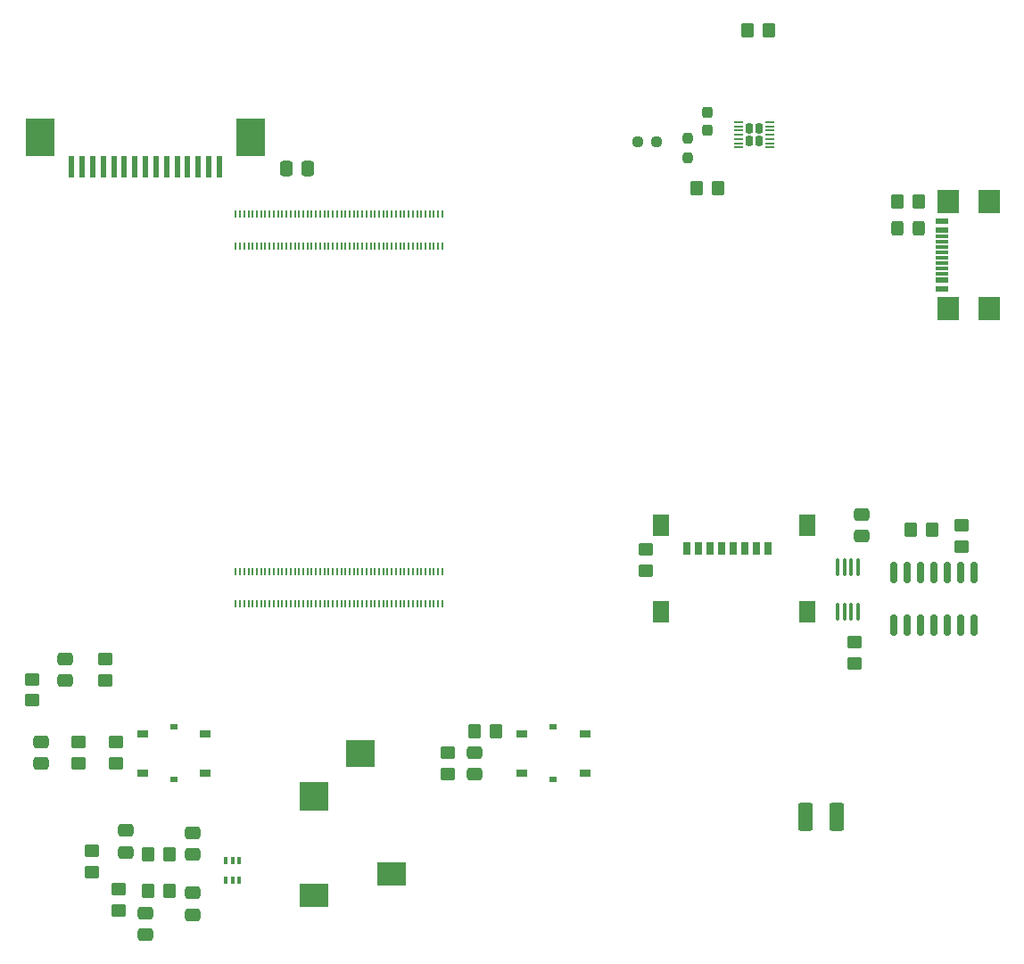
<source format=gbr>
%TF.GenerationSoftware,KiCad,Pcbnew,(6.0.0)*%
%TF.CreationDate,2022-05-02T00:50:15+01:00*%
%TF.ProjectId,CM4Carrier,434d3443-6172-4726-9965-722e6b696361,indev*%
%TF.SameCoordinates,Original*%
%TF.FileFunction,Paste,Bot*%
%TF.FilePolarity,Positive*%
%FSLAX46Y46*%
G04 Gerber Fmt 4.6, Leading zero omitted, Abs format (unit mm)*
G04 Created by KiCad (PCBNEW (6.0.0)) date 2022-05-02 00:50:15*
%MOMM*%
%LPD*%
G01*
G04 APERTURE LIST*
G04 Aperture macros list*
%AMRoundRect*
0 Rectangle with rounded corners*
0 $1 Rounding radius*
0 $2 $3 $4 $5 $6 $7 $8 $9 X,Y pos of 4 corners*
0 Add a 4 corners polygon primitive as box body*
4,1,4,$2,$3,$4,$5,$6,$7,$8,$9,$2,$3,0*
0 Add four circle primitives for the rounded corners*
1,1,$1+$1,$2,$3*
1,1,$1+$1,$4,$5*
1,1,$1+$1,$6,$7*
1,1,$1+$1,$8,$9*
0 Add four rect primitives between the rounded corners*
20,1,$1+$1,$2,$3,$4,$5,0*
20,1,$1+$1,$4,$5,$6,$7,0*
20,1,$1+$1,$6,$7,$8,$9,0*
20,1,$1+$1,$8,$9,$2,$3,0*%
G04 Aperture macros list end*
%ADD10R,1.000000X0.700000*%
%ADD11R,0.700000X0.600000*%
%ADD12R,2.800000X2.200000*%
%ADD13R,2.800000X2.800000*%
%ADD14R,2.800000X2.600000*%
%ADD15RoundRect,0.250000X0.475000X-0.337500X0.475000X0.337500X-0.475000X0.337500X-0.475000X-0.337500X0*%
%ADD16RoundRect,0.250000X-0.450000X0.350000X-0.450000X-0.350000X0.450000X-0.350000X0.450000X0.350000X0*%
%ADD17R,0.400000X0.650000*%
%ADD18RoundRect,0.250000X-0.475000X0.337500X-0.475000X-0.337500X0.475000X-0.337500X0.475000X0.337500X0*%
%ADD19RoundRect,0.100000X0.100000X-0.712500X0.100000X0.712500X-0.100000X0.712500X-0.100000X-0.712500X0*%
%ADD20RoundRect,0.237500X0.250000X0.237500X-0.250000X0.237500X-0.250000X-0.237500X0.250000X-0.237500X0*%
%ADD21RoundRect,0.250000X-0.337500X-0.475000X0.337500X-0.475000X0.337500X0.475000X-0.337500X0.475000X0*%
%ADD22RoundRect,0.250000X0.350000X0.450000X-0.350000X0.450000X-0.350000X-0.450000X0.350000X-0.450000X0*%
%ADD23RoundRect,0.250001X-0.462499X-1.074999X0.462499X-1.074999X0.462499X1.074999X-0.462499X1.074999X0*%
%ADD24RoundRect,0.150000X-0.150000X0.825000X-0.150000X-0.825000X0.150000X-0.825000X0.150000X0.825000X0*%
%ADD25RoundRect,0.250000X0.450000X-0.350000X0.450000X0.350000X-0.450000X0.350000X-0.450000X-0.350000X0*%
%ADD26R,0.200000X0.700000*%
%ADD27R,0.610000X2.000000*%
%ADD28R,2.680000X3.600000*%
%ADD29RoundRect,0.250000X0.325000X0.450000X-0.325000X0.450000X-0.325000X-0.450000X0.325000X-0.450000X0*%
%ADD30RoundRect,0.250000X-0.350000X-0.450000X0.350000X-0.450000X0.350000X0.450000X-0.350000X0.450000X0*%
%ADD31RoundRect,0.180000X0.180000X0.295000X-0.180000X0.295000X-0.180000X-0.295000X0.180000X-0.295000X0*%
%ADD32RoundRect,0.050000X0.337500X0.050000X-0.337500X0.050000X-0.337500X-0.050000X0.337500X-0.050000X0*%
%ADD33R,1.150000X0.600000*%
%ADD34R,1.150000X0.300000*%
%ADD35R,2.000000X2.180000*%
%ADD36R,0.800000X1.200000*%
%ADD37R,1.500000X2.000000*%
%ADD38RoundRect,0.237500X0.237500X-0.250000X0.237500X0.250000X-0.237500X0.250000X-0.237500X-0.250000X0*%
%ADD39RoundRect,0.237500X0.237500X-0.300000X0.237500X0.300000X-0.237500X0.300000X-0.237500X-0.300000X0*%
G04 APERTURE END LIST*
D10*
%TO.C,SW14*%
X126349995Y-119119913D03*
X120349995Y-119119913D03*
X126349995Y-122819913D03*
X120349995Y-122819913D03*
D11*
X123349995Y-118469913D03*
X123349995Y-123469913D03*
%TD*%
D12*
%TO.C,J6*%
X144035000Y-132410000D03*
X136635000Y-134410000D03*
D13*
X136635000Y-125010000D03*
D14*
X141085000Y-121010000D03*
%TD*%
D15*
%TO.C,C14*%
X113030000Y-114067500D03*
X113030000Y-111992500D03*
%TD*%
D16*
%TO.C,R15*%
X116840000Y-112030000D03*
X116840000Y-114030000D03*
%TD*%
%TO.C,R2*%
X168148000Y-101616000D03*
X168148000Y-103616000D03*
%TD*%
D17*
%TO.C,D4*%
X129555011Y-133044997D03*
X128905000Y-133045000D03*
X128255000Y-133045000D03*
X128255000Y-131145000D03*
X128905000Y-131145000D03*
X129555000Y-131145000D03*
%TD*%
D18*
%TO.C,C34*%
X151892000Y-120882500D03*
X151892000Y-122957500D03*
%TD*%
D19*
%TO.C,U1*%
X188300000Y-107522500D03*
X187650000Y-107522500D03*
X187000007Y-107522493D03*
X186350000Y-107522500D03*
X186350000Y-103297500D03*
X187000000Y-103297500D03*
X187650000Y-103297500D03*
X188300000Y-103297500D03*
%TD*%
D20*
%TO.C,R10*%
X169187500Y-62865000D03*
X167362500Y-62865000D03*
%TD*%
D21*
%TO.C,C26*%
X133985000Y-65405000D03*
X136060000Y-65405000D03*
%TD*%
D18*
%TO.C,C29*%
X125095000Y-134217500D03*
X125095000Y-136292500D03*
%TD*%
D15*
%TO.C,C1*%
X188595000Y-100330000D03*
X188595000Y-98255000D03*
%TD*%
D22*
%TO.C,R46*%
X153908000Y-118872000D03*
X151908000Y-118872000D03*
%TD*%
%TO.C,R38*%
X194040000Y-68580000D03*
X192040000Y-68580000D03*
%TD*%
D18*
%TO.C,C33*%
X110744000Y-119866500D03*
X110744000Y-121941500D03*
%TD*%
D16*
%TO.C,R3*%
X187960000Y-110395000D03*
X187960000Y-112395000D03*
%TD*%
D15*
%TO.C,C30*%
X125095000Y-130577500D03*
X125095000Y-128502500D03*
%TD*%
D23*
%TO.C,F1*%
X183297500Y-127000000D03*
X186272500Y-127000000D03*
%TD*%
D16*
%TO.C,R39*%
X118110000Y-133890000D03*
X118110000Y-135890000D03*
%TD*%
D24*
%TO.C,U5*%
X191643000Y-103824000D03*
X192913000Y-103824000D03*
X194183000Y-103824000D03*
X195453000Y-103824000D03*
X196723000Y-103824000D03*
X197993000Y-103824000D03*
X199263000Y-103824000D03*
X199263000Y-108774000D03*
X197993000Y-108774000D03*
X196723000Y-108774000D03*
X195453000Y-108774000D03*
X194183000Y-108774000D03*
X192913000Y-108774000D03*
X191643000Y-108774000D03*
%TD*%
D25*
%TO.C,R50*%
X149352000Y-122920000D03*
X149352000Y-120920000D03*
%TD*%
D16*
%TO.C,R45*%
X117856000Y-119904000D03*
X117856000Y-121904000D03*
%TD*%
D26*
%TO.C,Module1*%
X129225000Y-69765000D03*
X129225000Y-72845000D03*
X129625000Y-69765000D03*
X129625000Y-72845000D03*
X130025000Y-69765000D03*
X130025000Y-72845000D03*
X130425000Y-69765000D03*
X130425000Y-72845000D03*
X130825000Y-69765000D03*
X130825000Y-72845000D03*
X131225000Y-69765000D03*
X131225000Y-72845000D03*
X131625000Y-69765000D03*
X131625000Y-72845000D03*
X132025000Y-69765000D03*
X132025000Y-72845000D03*
X132425000Y-69765000D03*
X132425000Y-72845000D03*
X132825000Y-69765000D03*
X132825000Y-72845000D03*
X133225000Y-69765000D03*
X133225000Y-72845000D03*
X133625000Y-69765000D03*
X133625000Y-72845000D03*
X134025000Y-69765000D03*
X134025000Y-72845000D03*
X134425000Y-69765000D03*
X134425000Y-72845000D03*
X134825000Y-69765000D03*
X134825000Y-72845000D03*
X135225000Y-69765000D03*
X135225000Y-72845000D03*
X135625000Y-69765000D03*
X135625000Y-72845000D03*
X136025000Y-69765000D03*
X136025000Y-72845000D03*
X136425000Y-69765000D03*
X136425000Y-72845000D03*
X136825000Y-69765000D03*
X136825000Y-72845000D03*
X137225000Y-69765000D03*
X137225000Y-72845000D03*
X137625000Y-69765000D03*
X137625000Y-72845000D03*
X138025000Y-69765000D03*
X138025000Y-72845000D03*
X138425000Y-69765000D03*
X138425000Y-72845000D03*
X138825000Y-69765000D03*
X138825000Y-72845000D03*
X139225000Y-69765000D03*
X139225000Y-72845000D03*
X139625000Y-69765000D03*
X139625000Y-72845000D03*
X140025000Y-69765000D03*
X140025000Y-72845000D03*
X140425000Y-69765000D03*
X140425000Y-72845000D03*
X140825000Y-69765000D03*
X140825000Y-72845000D03*
X141225000Y-69765000D03*
X141225000Y-72845000D03*
X141625000Y-69765000D03*
X141625000Y-72845000D03*
X142025000Y-69765000D03*
X142025000Y-72845000D03*
X142425000Y-69765000D03*
X142425000Y-72845000D03*
X142825000Y-69765000D03*
X142825000Y-72845000D03*
X143225000Y-69765000D03*
X143225000Y-72845000D03*
X143625000Y-69765000D03*
X143625000Y-72845000D03*
X144025000Y-69765000D03*
X144025000Y-72845000D03*
X144425000Y-69765000D03*
X144425000Y-72845000D03*
X144825000Y-69765000D03*
X144825000Y-72845000D03*
X145225000Y-69765000D03*
X145225000Y-72845000D03*
X145625000Y-69765000D03*
X145625000Y-72845000D03*
X146025000Y-69765000D03*
X146025000Y-72845000D03*
X146425000Y-69765000D03*
X146425000Y-72845000D03*
X146825000Y-69765000D03*
X146825000Y-72845000D03*
X147225000Y-69765000D03*
X147225000Y-72845000D03*
X147625000Y-69765000D03*
X147625000Y-72845000D03*
X148025000Y-69765000D03*
X148025000Y-72845000D03*
X148425000Y-69765000D03*
X148425000Y-72845000D03*
X148825000Y-69765000D03*
X148825000Y-72845000D03*
X129225000Y-103685000D03*
X129225000Y-106765000D03*
X129625000Y-103685000D03*
X129625000Y-106765000D03*
X130025000Y-103685000D03*
X130025000Y-106765000D03*
X130425000Y-103685000D03*
X130425000Y-106765000D03*
X130825000Y-103685000D03*
X130825000Y-106765000D03*
X131225000Y-103685000D03*
X131225000Y-106765000D03*
X131625000Y-103685000D03*
X131625000Y-106765000D03*
X132025000Y-103685000D03*
X132025000Y-106765000D03*
X132425000Y-103685000D03*
X132425000Y-106765000D03*
X132825000Y-103685000D03*
X132825000Y-106765000D03*
X133225000Y-103685000D03*
X133225000Y-106765000D03*
X133625000Y-103685000D03*
X133625000Y-106765000D03*
X134025000Y-103685000D03*
X134025000Y-106765000D03*
X134425000Y-103685000D03*
X134425000Y-106765000D03*
X134825000Y-103685000D03*
X134825000Y-106765000D03*
X135225000Y-103685000D03*
X135225000Y-106765000D03*
X135625000Y-103685000D03*
X135625000Y-106765000D03*
X136025000Y-103685000D03*
X136025000Y-106765000D03*
X136425000Y-103685000D03*
X136425000Y-106765000D03*
X136825000Y-103685000D03*
X136825000Y-106765000D03*
X137225000Y-103685000D03*
X137225000Y-106765000D03*
X137625000Y-103685000D03*
X137625000Y-106765000D03*
X138025000Y-103685000D03*
X138025000Y-106765000D03*
X138425000Y-103685000D03*
X138425000Y-106765000D03*
X138825000Y-103685000D03*
X138825000Y-106765000D03*
X139225000Y-103685000D03*
X139225000Y-106765000D03*
X139625000Y-103685000D03*
X139625000Y-106765000D03*
X140025000Y-103685000D03*
X140025000Y-106765000D03*
X140425000Y-103685000D03*
X140425000Y-106765000D03*
X140825000Y-103685000D03*
X140825000Y-106765000D03*
X141225000Y-103685000D03*
X141225000Y-106765000D03*
X141625000Y-103685000D03*
X141625000Y-106765000D03*
X142025000Y-103685000D03*
X142025000Y-106765000D03*
X142425000Y-103685000D03*
X142425000Y-106765000D03*
X142825000Y-103685000D03*
X142825000Y-106765000D03*
X143225000Y-103685000D03*
X143225000Y-106765000D03*
X143625000Y-103685000D03*
X143625000Y-106765000D03*
X144025000Y-103685000D03*
X144025000Y-106765000D03*
X144425000Y-103685000D03*
X144425000Y-106765000D03*
X144825000Y-103685000D03*
X144825000Y-106765000D03*
X145225000Y-103685000D03*
X145225000Y-106765000D03*
X145625000Y-103685000D03*
X145625000Y-106765000D03*
X146025000Y-103685000D03*
X146025000Y-106765000D03*
X146425000Y-103685000D03*
X146425000Y-106765000D03*
X146825000Y-103685000D03*
X146825000Y-106765000D03*
X147225000Y-103685000D03*
X147225000Y-106765000D03*
X147625000Y-103685000D03*
X147625000Y-106765000D03*
X148025000Y-103685000D03*
X148025000Y-106765000D03*
X148425000Y-103685000D03*
X148425000Y-106765000D03*
X148825000Y-103685000D03*
X148825000Y-106765000D03*
%TD*%
D27*
%TO.C,J5*%
X113650000Y-65245000D03*
X114650000Y-65245000D03*
X115650000Y-65245000D03*
X116650000Y-65245000D03*
X117650000Y-65245000D03*
X118650000Y-65245000D03*
X119650000Y-65245000D03*
X120650000Y-65245000D03*
X121650000Y-65245000D03*
X122650000Y-65245000D03*
X123650000Y-65245000D03*
X124650000Y-65245000D03*
X125650000Y-65245000D03*
X126650000Y-65245000D03*
X127650000Y-65245000D03*
D28*
X110660000Y-62445000D03*
X130640000Y-62445000D03*
%TD*%
D16*
%TO.C,R40*%
X115570000Y-130212500D03*
X115570000Y-132212500D03*
%TD*%
D22*
%TO.C,R42*%
X122920000Y-130577499D03*
X120920000Y-130577499D03*
%TD*%
D25*
%TO.C,R49*%
X114300000Y-121904000D03*
X114300000Y-119904000D03*
%TD*%
D29*
%TO.C,F2*%
X194065000Y-71120000D03*
X192015000Y-71120000D03*
%TD*%
D30*
%TO.C,TH1*%
X177832000Y-52324000D03*
X179832000Y-52324000D03*
%TD*%
D18*
%TO.C,C27*%
X120649999Y-136122500D03*
X120649999Y-138197500D03*
%TD*%
D10*
%TO.C,SW15*%
X162349999Y-119119913D03*
X156349999Y-119119913D03*
X162349999Y-122819913D03*
X156349999Y-122819913D03*
D11*
X159349999Y-118469913D03*
X159349999Y-123469913D03*
%TD*%
D25*
%TO.C,R13*%
X109855000Y-115935000D03*
X109855000Y-113935000D03*
%TD*%
D31*
%TO.C,U3*%
X177990000Y-61640000D03*
X178880000Y-61640000D03*
X178880000Y-62820000D03*
X177990000Y-62820000D03*
D32*
X179922500Y-61030000D03*
X179922500Y-61430000D03*
X179922500Y-61830000D03*
X179922500Y-62230000D03*
X179922500Y-62630000D03*
X179922500Y-63030000D03*
X179922500Y-63430000D03*
X176947500Y-63430000D03*
X176947500Y-63030000D03*
X176947500Y-62630000D03*
X176947500Y-62230000D03*
X176947500Y-61830000D03*
X176947500Y-61430000D03*
X176947500Y-61030000D03*
%TD*%
D33*
%TO.C,J4*%
X196252500Y-70460000D03*
X196252500Y-71260000D03*
D34*
X196252500Y-72410000D03*
X196252500Y-73410000D03*
X196252500Y-73910000D03*
X196252500Y-74910000D03*
D33*
X196252500Y-76860000D03*
X196252500Y-76060000D03*
D34*
X196252500Y-75410000D03*
X196252500Y-74410000D03*
X196252500Y-72910000D03*
X196252500Y-71910000D03*
D35*
X196827500Y-68550000D03*
X196827500Y-78770000D03*
X200757500Y-68550000D03*
X200757500Y-78770000D03*
%TD*%
D22*
%TO.C,R41*%
X122920000Y-133984999D03*
X120920000Y-133984999D03*
%TD*%
D15*
%TO.C,C28*%
X118745000Y-130344999D03*
X118745000Y-128269999D03*
%TD*%
D30*
%TO.C,R8*%
X172990000Y-67310000D03*
X174990000Y-67310000D03*
%TD*%
D36*
%TO.C,J1*%
X179755000Y-101515000D03*
X178655000Y-101515000D03*
X177555000Y-101515000D03*
X176455000Y-101515000D03*
X175355000Y-101515000D03*
X174255000Y-101515000D03*
X173155000Y-101515000D03*
X172055000Y-101515000D03*
D37*
X169585000Y-99315000D03*
X169585000Y-107515000D03*
X183475000Y-107515000D03*
X183475000Y-99315000D03*
%TD*%
D38*
%TO.C,R9*%
X172085000Y-64412500D03*
X172085000Y-62587500D03*
%TD*%
D39*
%TO.C,C10*%
X173990000Y-61822500D03*
X173990000Y-60097500D03*
%TD*%
D25*
%TO.C,R27*%
X198120000Y-101330000D03*
X198120000Y-99330000D03*
%TD*%
D22*
%TO.C,R29*%
X195310000Y-99695000D03*
X193310000Y-99695000D03*
%TD*%
M02*

</source>
